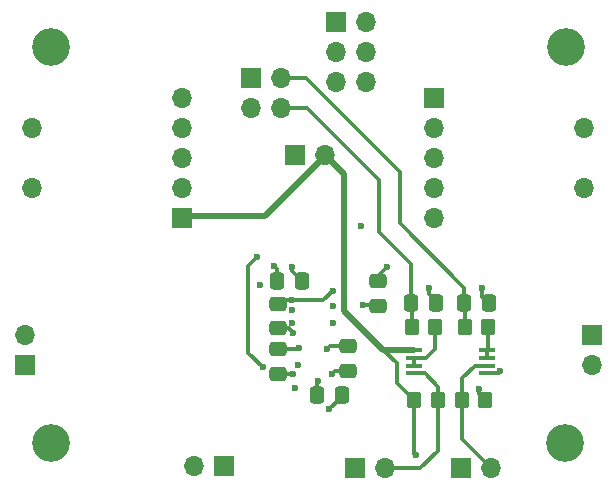
<source format=gbr>
%TF.GenerationSoftware,KiCad,Pcbnew,8.0.6-1.fc40*%
%TF.CreationDate,2024-12-02T14:58:13+01:00*%
%TF.ProjectId,PeltierDriver,50656c74-6965-4724-9472-697665722e6b,rev?*%
%TF.SameCoordinates,Original*%
%TF.FileFunction,Copper,L4,Bot*%
%TF.FilePolarity,Positive*%
%FSLAX46Y46*%
G04 Gerber Fmt 4.6, Leading zero omitted, Abs format (unit mm)*
G04 Created by KiCad (PCBNEW 8.0.6-1.fc40) date 2024-12-02 14:58:13*
%MOMM*%
%LPD*%
G01*
G04 APERTURE LIST*
G04 Aperture macros list*
%AMRoundRect*
0 Rectangle with rounded corners*
0 $1 Rounding radius*
0 $2 $3 $4 $5 $6 $7 $8 $9 X,Y pos of 4 corners*
0 Add a 4 corners polygon primitive as box body*
4,1,4,$2,$3,$4,$5,$6,$7,$8,$9,$2,$3,0*
0 Add four circle primitives for the rounded corners*
1,1,$1+$1,$2,$3*
1,1,$1+$1,$4,$5*
1,1,$1+$1,$6,$7*
1,1,$1+$1,$8,$9*
0 Add four rect primitives between the rounded corners*
20,1,$1+$1,$2,$3,$4,$5,0*
20,1,$1+$1,$4,$5,$6,$7,0*
20,1,$1+$1,$6,$7,$8,$9,0*
20,1,$1+$1,$8,$9,$2,$3,0*%
G04 Aperture macros list end*
%TA.AperFunction,ComponentPad*%
%ADD10R,1.700000X1.700000*%
%TD*%
%TA.AperFunction,ComponentPad*%
%ADD11O,1.700000X1.700000*%
%TD*%
%TA.AperFunction,ComponentPad*%
%ADD12C,3.200000*%
%TD*%
%TA.AperFunction,SMDPad,CuDef*%
%ADD13RoundRect,0.250000X-0.475000X0.337500X-0.475000X-0.337500X0.475000X-0.337500X0.475000X0.337500X0*%
%TD*%
%TA.AperFunction,SMDPad,CuDef*%
%ADD14RoundRect,0.250000X0.350000X0.450000X-0.350000X0.450000X-0.350000X-0.450000X0.350000X-0.450000X0*%
%TD*%
%TA.AperFunction,SMDPad,CuDef*%
%ADD15RoundRect,0.250000X-0.337500X-0.475000X0.337500X-0.475000X0.337500X0.475000X-0.337500X0.475000X0*%
%TD*%
%TA.AperFunction,SMDPad,CuDef*%
%ADD16RoundRect,0.250000X-0.350000X-0.450000X0.350000X-0.450000X0.350000X0.450000X-0.350000X0.450000X0*%
%TD*%
%TA.AperFunction,SMDPad,CuDef*%
%ADD17RoundRect,0.250000X0.475000X-0.337500X0.475000X0.337500X-0.475000X0.337500X-0.475000X-0.337500X0*%
%TD*%
%TA.AperFunction,SMDPad,CuDef*%
%ADD18RoundRect,0.250000X0.337500X0.475000X-0.337500X0.475000X-0.337500X-0.475000X0.337500X-0.475000X0*%
%TD*%
%TA.AperFunction,SMDPad,CuDef*%
%ADD19R,1.350000X0.450000*%
%TD*%
%TA.AperFunction,ViaPad*%
%ADD20C,0.600000*%
%TD*%
%TA.AperFunction,Conductor*%
%ADD21C,0.340000*%
%TD*%
%TA.AperFunction,Conductor*%
%ADD22C,0.520000*%
%TD*%
G04 APERTURE END LIST*
D10*
%TO.P,VIBR1,1,VIN*%
%TO.N,PVDD1*%
X129050000Y-94430000D03*
D11*
%TO.P,VIBR1,2,GND*%
%TO.N,GND*%
X129050000Y-91890000D03*
%TO.P,VIBR1,3,SCL*%
%TO.N,VIBR1_SCL*%
X129050000Y-89350000D03*
%TO.P,VIBR1,4,SDA*%
%TO.N,VIBR1_SDA*%
X129050000Y-86810000D03*
%TO.P,VIBR1,5,INT*%
%TO.N,VIBR1_INT*%
X129050000Y-84270000D03*
%TO.P,VIBR1,6,OUT-*%
%TO.N,Net-(J2-Pin_2)*%
X116350000Y-91890000D03*
%TO.P,VIBR1,7,OUT+*%
%TO.N,Net-(J2-Pin_1)*%
X116350000Y-86810000D03*
%TD*%
D12*
%TO.P,REF\u002A\u002A,*%
%TO.N,*%
X117900000Y-79900000D03*
%TD*%
D10*
%TO.P,J2,1,Pin_1*%
%TO.N,Net-(J2-Pin_1)*%
X115700000Y-106875000D03*
D11*
%TO.P,J2,2,Pin_2*%
%TO.N,Net-(J2-Pin_2)*%
X115700000Y-104335000D03*
%TD*%
D10*
%TO.P,Flex1,1*%
%TO.N,PVDD1*%
X152675000Y-115600000D03*
D11*
%TO.P,Flex1,2*%
%TO.N,Net-(U1A-+)*%
X155215000Y-115600000D03*
%TD*%
D10*
%TO.P,TH1,1*%
%TO.N,GND*%
X143675000Y-115600000D03*
D11*
%TO.P,TH1,2*%
%TO.N,Net-(U1B-+)*%
X146215000Y-115600000D03*
%TD*%
D10*
%TO.P,J4,1,Pin_1*%
%TO.N,ITEC_OUT*%
X134825000Y-82525000D03*
D11*
%TO.P,J4,2,Pin_2*%
%TO.N,FLEX_OUT*%
X137365000Y-82525000D03*
%TO.P,J4,3,Pin_3*%
%TO.N,TEMP_IN*%
X134825000Y-85065000D03*
%TO.P,J4,4,Pin_4*%
%TO.N,TEMP_OUT*%
X137365000Y-85065000D03*
%TD*%
D10*
%TO.P,J6,1,Pin_1*%
%TO.N,VIBR1_INT*%
X142075000Y-77775000D03*
D11*
%TO.P,J6,2,Pin_2*%
%TO.N,VIBR2_INT*%
X144615000Y-77775000D03*
%TO.P,J6,3,Pin_3*%
%TO.N,VIBR1_SDA*%
X142075000Y-80315000D03*
%TO.P,J6,4,Pin_4*%
%TO.N,VIBR2_SDA*%
X144615000Y-80315000D03*
%TO.P,J6,5,Pin_5*%
%TO.N,VIBR1_SCL*%
X142075000Y-82855000D03*
%TO.P,J6,6,Pin_6*%
%TO.N,VIBR2_SCL*%
X144615000Y-82855000D03*
%TD*%
D10*
%TO.P,PE1,1*%
%TO.N,/OS1*%
X132575000Y-115400000D03*
D11*
%TO.P,PE1,2*%
%TO.N,/OS2*%
X130035000Y-115400000D03*
%TD*%
D10*
%TO.P,VIBR2,1,VIN*%
%TO.N,PVDD1*%
X150350000Y-84270000D03*
D11*
%TO.P,VIBR2,2,GND*%
%TO.N,GND*%
X150350000Y-86810000D03*
%TO.P,VIBR2,3,SCL*%
%TO.N,VIBR2_SCL*%
X150350000Y-89350000D03*
%TO.P,VIBR2,4,SDA*%
%TO.N,VIBR2_SDA*%
X150350000Y-91890000D03*
%TO.P,VIBR2,5,INT*%
%TO.N,VIBR2_INT*%
X150350000Y-94430000D03*
%TO.P,VIBR2,6,OUT-*%
%TO.N,Net-(J3-Pin_2)*%
X163050000Y-86810000D03*
%TO.P,VIBR2,7,OUT+*%
%TO.N,Net-(J3-Pin_1)*%
X163050000Y-91890000D03*
%TD*%
D10*
%TO.P,J1,1,Pin_1*%
%TO.N,GND*%
X138575000Y-89050000D03*
D11*
%TO.P,J1,2,Pin_2*%
%TO.N,PVDD1*%
X141115000Y-89050000D03*
%TD*%
D10*
%TO.P,J3,1,Pin_1*%
%TO.N,Net-(J3-Pin_1)*%
X163700000Y-104325000D03*
D11*
%TO.P,J3,2,Pin_2*%
%TO.N,Net-(J3-Pin_2)*%
X163700000Y-106865000D03*
%TD*%
D12*
%TO.P,REF\u002A\u002A,*%
%TO.N,*%
X161450000Y-113500000D03*
%TD*%
%TO.P,REF\u002A\u002A,*%
%TO.N,*%
X117900000Y-113500000D03*
%TD*%
D13*
%TO.P,C2,1*%
%TO.N,PVDD1*%
X137146960Y-105512500D03*
%TO.P,C2,2*%
%TO.N,GND*%
X137146960Y-107587500D03*
%TD*%
D14*
%TO.P,R6,1*%
%TO.N,Net-(U1A--)*%
X154950000Y-103600000D03*
%TO.P,R6,2*%
%TO.N,FLEX_OUT*%
X152950000Y-103600000D03*
%TD*%
D15*
%TO.P,C9,1*%
%TO.N,FLEX_OUT*%
X152912500Y-101600000D03*
%TO.P,C9,2*%
%TO.N,GND*%
X154987500Y-101600000D03*
%TD*%
D16*
%TO.P,R5,1*%
%TO.N,Net-(U1A-+)*%
X152700000Y-109850000D03*
%TO.P,R5,2*%
%TO.N,GND*%
X154700000Y-109850000D03*
%TD*%
D15*
%TO.P,C1,1*%
%TO.N,PVDD1*%
X137062500Y-99775000D03*
%TO.P,C1,2*%
%TO.N,GND*%
X139137500Y-99775000D03*
%TD*%
D17*
%TO.P,C5,1*%
%TO.N,COMP*%
X145600000Y-101837500D03*
%TO.P,C5,2*%
%TO.N,GND*%
X145600000Y-99762500D03*
%TD*%
D13*
%TO.P,C4,1*%
%TO.N,REF*%
X137125925Y-101663889D03*
%TO.P,C4,2*%
%TO.N,GND*%
X137125925Y-103738889D03*
%TD*%
D15*
%TO.P,C10,1*%
%TO.N,TEMP_OUT*%
X148412500Y-101600000D03*
%TO.P,C10,2*%
%TO.N,GND*%
X150487500Y-101600000D03*
%TD*%
D14*
%TO.P,R7,1*%
%TO.N,Net-(U1B--)*%
X150450000Y-103600000D03*
%TO.P,R7,2*%
%TO.N,TEMP_OUT*%
X148450000Y-103600000D03*
%TD*%
D18*
%TO.P,C6,1*%
%TO.N,/CS*%
X142537500Y-109400000D03*
%TO.P,C6,2*%
%TO.N,GND*%
X140462500Y-109400000D03*
%TD*%
D16*
%TO.P,R4,1*%
%TO.N,PVDD1*%
X148700000Y-109850000D03*
%TO.P,R4,2*%
%TO.N,Net-(U1B-+)*%
X150700000Y-109850000D03*
%TD*%
D19*
%TO.P,U1,1*%
%TO.N,Net-(U1A--)*%
X154800000Y-105600000D03*
%TO.P,U1,2,-*%
X154800000Y-106250000D03*
%TO.P,U1,3,+*%
%TO.N,Net-(U1A-+)*%
X154800000Y-106900000D03*
%TO.P,U1,4,V-*%
%TO.N,GND*%
X154800000Y-107550000D03*
%TO.P,U1,5,+*%
%TO.N,Net-(U1B-+)*%
X148700000Y-107550000D03*
%TO.P,U1,6,-*%
%TO.N,Net-(U1B--)*%
X148700000Y-106900000D03*
%TO.P,U1,7*%
X148700000Y-106250000D03*
%TO.P,U1,8,V+*%
%TO.N,PVDD1*%
X148700000Y-105600000D03*
%TD*%
D13*
%TO.P,C3,1*%
%TO.N,PVDD1*%
X143100000Y-105262500D03*
%TO.P,C3,2*%
%TO.N,GND*%
X143100000Y-107337500D03*
%TD*%
D12*
%TO.P,REF\u002A\u002A,*%
%TO.N,*%
X161500000Y-79900000D03*
%TD*%
D20*
%TO.N,PVDD1*%
X148851238Y-114501238D03*
X141300000Y-105500000D03*
X136800000Y-98500000D03*
X138900000Y-105400000D03*
%TO.N,GND*%
X138399502Y-104105000D03*
X138600000Y-108800000D03*
X144200000Y-95100000D03*
X141770000Y-101850000D03*
X141700000Y-107600000D03*
X146350000Y-98550000D03*
X149950000Y-100350000D03*
X154200000Y-108850000D03*
X140500000Y-108200000D03*
X135600000Y-100050000D03*
X138450000Y-107600000D03*
X138344511Y-102199317D03*
X154450000Y-100350000D03*
X138822257Y-106877902D03*
X138350000Y-103300000D03*
X138300000Y-98600000D03*
X155975002Y-107350000D03*
X141770000Y-103300000D03*
%TO.N,REF*%
X141770000Y-100550000D03*
X138315739Y-101377031D03*
%TO.N,COMP*%
X144350000Y-101800000D03*
%TO.N,ITEC_OUT*%
X135325000Y-97725000D03*
X135850000Y-107050000D03*
%TO.N,/CS*%
X141500000Y-110600000D03*
%TD*%
D21*
%TO.N,PVDD1*%
X138787500Y-105512500D02*
X138900000Y-105400000D01*
X147200000Y-108350000D02*
X147200000Y-106700000D01*
X136800000Y-98500000D02*
X137062500Y-98762500D01*
X148700000Y-109850000D02*
X147200000Y-108350000D01*
D22*
X141115000Y-89135000D02*
X136010000Y-94240000D01*
X141115000Y-89050000D02*
X141115000Y-89135000D01*
X142750000Y-102250000D02*
X146065000Y-105565000D01*
D21*
X137062500Y-98762500D02*
X137062500Y-99775000D01*
X148851238Y-114501238D02*
X148700000Y-114350000D01*
D22*
X129340000Y-94240000D02*
X129200000Y-94380000D01*
X136010000Y-94240000D02*
X129340000Y-94240000D01*
X141115000Y-89050000D02*
X142750000Y-90685000D01*
X142750000Y-90685000D02*
X142750000Y-102250000D01*
D21*
X148700000Y-114350000D02*
X148700000Y-109850000D01*
X147200000Y-106700000D02*
X146065000Y-105565000D01*
X141537500Y-105262500D02*
X141300000Y-105500000D01*
D22*
X146065000Y-105565000D02*
X148700000Y-105565000D01*
D21*
X137146960Y-105512500D02*
X138787500Y-105512500D01*
X143100000Y-105262500D02*
X141537500Y-105262500D01*
%TO.N,GND*%
X137125925Y-103738889D02*
X138033391Y-103738889D01*
X145600000Y-99300000D02*
X146350000Y-98550000D01*
X155845000Y-107480002D02*
X155845000Y-107495000D01*
X154450000Y-100350000D02*
X154450000Y-101062500D01*
X154200000Y-109350000D02*
X154700000Y-109850000D01*
X154450000Y-101062500D02*
X154987500Y-101600000D01*
X155975002Y-107350000D02*
X155845000Y-107480002D01*
X138450000Y-107600000D02*
X138437500Y-107587500D01*
X143100000Y-107337500D02*
X141962500Y-107337500D01*
X150487500Y-101600000D02*
X150487500Y-101387500D01*
X150487500Y-101387500D02*
X149950000Y-100850000D01*
X140462500Y-109400000D02*
X140462500Y-108237500D01*
X155790000Y-107550000D02*
X154800000Y-107550000D01*
X141962500Y-107337500D02*
X141700000Y-107600000D01*
X145600000Y-99762500D02*
X145600000Y-99300000D01*
X140462500Y-108237500D02*
X140500000Y-108200000D01*
X138300000Y-98600000D02*
X138300000Y-98937500D01*
X138033391Y-103738889D02*
X138399502Y-104105000D01*
X138300000Y-98600000D02*
X138362500Y-98600000D01*
X155845000Y-107495000D02*
X155790000Y-107550000D01*
X138300000Y-98937500D02*
X139137500Y-99775000D01*
X138437500Y-107587500D02*
X137146960Y-107587500D01*
X149950000Y-100850000D02*
X149950000Y-100350000D01*
X154200000Y-108850000D02*
X154200000Y-109350000D01*
%TO.N,REF*%
X141770000Y-100550000D02*
X140942969Y-101377031D01*
X140942969Y-101377031D02*
X138315739Y-101377031D01*
X137412783Y-101377031D02*
X137125925Y-101663889D01*
X138315739Y-101377031D02*
X137412783Y-101377031D01*
%TO.N,COMP*%
X145562500Y-101800000D02*
X145600000Y-101837500D01*
X144350000Y-101800000D02*
X145562500Y-101800000D01*
%TO.N,FLEX_OUT*%
X152912500Y-100312500D02*
X147450000Y-94850000D01*
X139500000Y-82525000D02*
X137365000Y-82525000D01*
X152950000Y-101637500D02*
X152912500Y-101600000D01*
X147450000Y-90475000D02*
X139500000Y-82525000D01*
X147450000Y-94850000D02*
X147450000Y-90475000D01*
X152912500Y-101600000D02*
X152912500Y-100312500D01*
X152950000Y-103600000D02*
X152950000Y-101637500D01*
%TO.N,TEMP_OUT*%
X139565000Y-85065000D02*
X145700000Y-91200000D01*
X148450000Y-101637500D02*
X148412500Y-101600000D01*
X148450000Y-103600000D02*
X148450000Y-101637500D01*
X148412500Y-98312500D02*
X148412500Y-101600000D01*
X145700000Y-91200000D02*
X145700000Y-95600000D01*
X145700000Y-95600000D02*
X148412500Y-98312500D01*
X137365000Y-85065000D02*
X139565000Y-85065000D01*
%TO.N,ITEC_OUT*%
X134600000Y-105800000D02*
X135850000Y-107050000D01*
X134600000Y-98450000D02*
X134600000Y-105800000D01*
X135325000Y-97725000D02*
X134600000Y-98450000D01*
%TO.N,Net-(U1B-+)*%
X150700000Y-109850000D02*
X150700000Y-108700000D01*
X150700000Y-109850000D02*
X150700000Y-114100000D01*
X149550000Y-107550000D02*
X148700000Y-107550000D01*
X149200000Y-115600000D02*
X146215000Y-115600000D01*
X150700000Y-114100000D02*
X149200000Y-115600000D01*
X150700000Y-108700000D02*
X149550000Y-107550000D01*
%TO.N,Net-(U1A-+)*%
X155215000Y-115600000D02*
X152700000Y-113085000D01*
X154800000Y-106900000D02*
X153785000Y-106900000D01*
X152700000Y-113085000D02*
X152700000Y-109850000D01*
X153785000Y-106900000D02*
X152700000Y-107985000D01*
X152700000Y-107985000D02*
X152700000Y-109850000D01*
%TO.N,Net-(U1A--)*%
X154800000Y-105600000D02*
X154800000Y-106250000D01*
X154950000Y-103600000D02*
X154950000Y-105450000D01*
X154950000Y-105450000D02*
X154800000Y-105600000D01*
%TO.N,Net-(U1B--)*%
X148700000Y-106250000D02*
X149715000Y-106250000D01*
X150450000Y-105515000D02*
X150450000Y-103600000D01*
X148700000Y-106900000D02*
X148700000Y-106250000D01*
X149715000Y-106250000D02*
X150450000Y-105515000D01*
%TO.N,/CS*%
X142537500Y-109400000D02*
X142537500Y-109562500D01*
X142537500Y-109562500D02*
X141500000Y-110600000D01*
%TD*%
M02*

</source>
